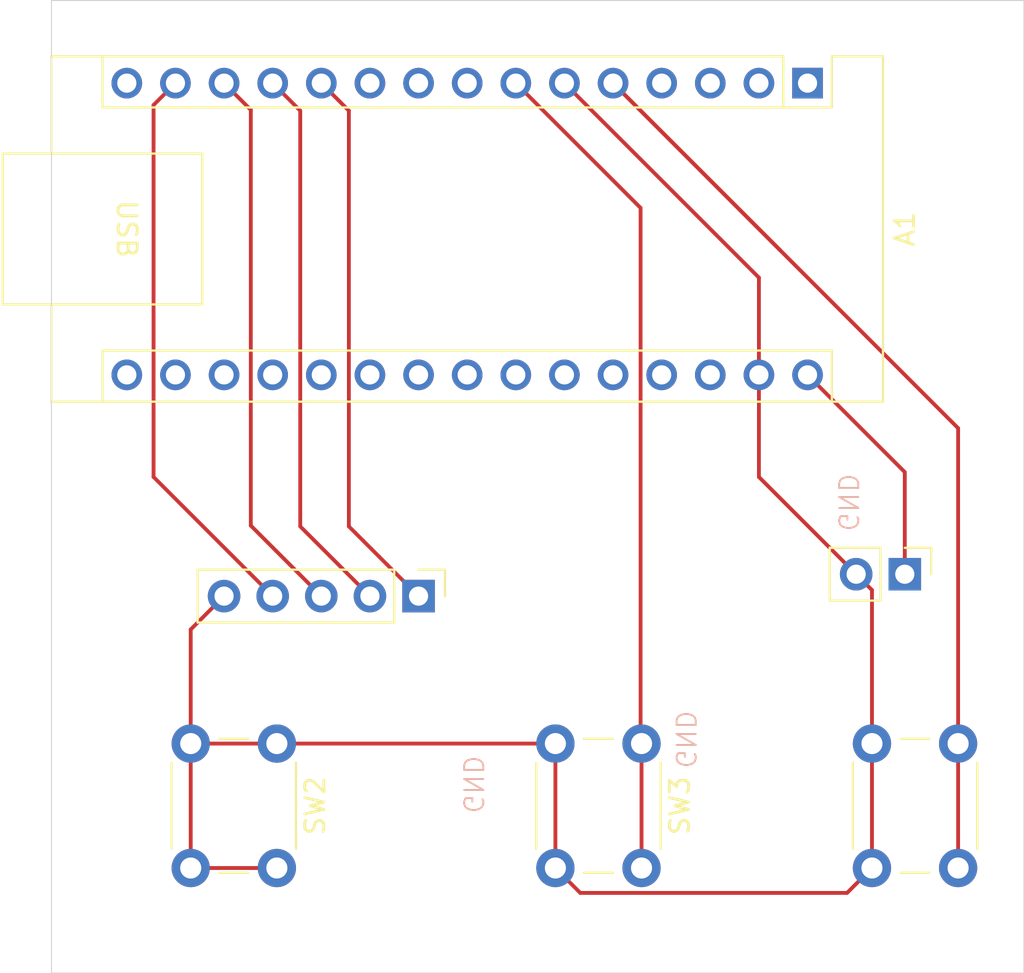
<source format=kicad_pcb>
(kicad_pcb (version 20241229) (generator "pcbnew") (generator_version "9.0")
  (layers (0 "F.Cu" signal) (2 "B.Cu" signal) (13 "F.Paste" user) (15 "B.Paste" user) (5 "F.SilkS" user "F.Silkscreen") (7 "B.SilkS" user "B.Silkscreen") (1 "F.Mask" user) (3 "B.Mask" user) (25 "Edge.Cuts" user))
  (net 0 "")
  (net 5 "Net-(A1-D4)")
  (net 8 "Net-(A1-D2)")
  (net 11 "Net-(A1-VIN)")
  (net 14 "Net-(A1-D3)")
  (net 18 "Net-(A1-D8)")
  (net 21 "Net-(A1-D9)")
  (net 22 "Net-(A1-D10)")
  (net 26 "Net-(A1-D11)")
  (footprint "mystuff:Arduino_Nano" (layer "F.Cu") (at 191.897 55.118 -90)
    (property "Reference" "A1" (at 7.62 -5.08 90) (layer "F.SilkS"))
    (property "Value" "Arduino_Nano_v3.x")
    (fp_line (start 3.68 42.04) (end 3.68 31.62) (stroke (width 0.12)) (layer "F.SilkS"))
    (fp_line (start 11.56 42.04) (end 3.68 42.04) (stroke (width 0.12)) (layer "F.SilkS"))
    (fp_line (start -1.4 39.5) (end 3.68 39.5) (stroke (width 0.12)) (layer "F.SilkS"))
    (fp_line (start 16.64 39.5) (end 11.56 39.5) (stroke (width 0.12)) (layer "F.SilkS"))
    (fp_line (start 16.64 39.5) (end 16.64 -3.94) (stroke (width 0.12)) (layer "F.SilkS"))
    (fp_line (start 1.27 36.83) (end -1.4 36.83) (stroke (width 0.12)) (layer "F.SilkS"))
    (fp_line (start 13.97 36.83) (end 16.64 36.83) (stroke (width 0.12)) (layer "F.SilkS"))
    (fp_line (start 3.68 31.62) (end 11.56 31.62) (stroke (width 0.12)) (layer "F.SilkS"))
    (fp_line (start 11.56 31.62) (end 11.56 42.04) (stroke (width 0.12)) (layer "F.SilkS"))
    (fp_line (start -1.4 1.27) (end -1.4 39.5) (stroke (width 0.12)) (layer "F.SilkS"))
    (fp_line (start 1.27 1.27) (end 1.27 36.83) (stroke (width 0.12)) (layer "F.SilkS"))
    (fp_line (start 1.27 1.27) (end -1.4 1.27) (stroke (width 0.12)) (layer "F.SilkS"))
    (fp_line (start 1.27 1.27) (end 1.27 -1.27) (stroke (width 0.12)) (layer "F.SilkS"))
    (fp_line (start 1.27 -1.27) (end -1.4 -1.27) (stroke (width 0.12)) (layer "F.SilkS"))
    (fp_line (start 13.97 -1.27) (end 13.97 36.83) (stroke (width 0.12)) (layer "F.SilkS"))
    (fp_line (start 13.97 -1.27) (end 16.64 -1.27) (stroke (width 0.12)) (layer "F.SilkS"))
    (fp_line (start -1.4 -3.94) (end -1.4 -1.27) (stroke (width 0.12)) (layer "F.SilkS"))
    (fp_line (start 16.64 -3.94) (end -1.4 -3.94) (stroke (width 0.12)) (layer "F.SilkS"))
    (fp_text user "USB" (at 7.62 35.56 270) (layer "F.SilkS"))
    (pad "1" thru_hole rect (at 0 0 270) (size 1.6 1.6) (drill 1) (layers "*.Cu" "*.Mask"))
    (pad "2" thru_hole oval (at 0 2.54 270) (size 1.6 1.6) (drill 1) (layers "*.Cu" "*.Mask"))
    (pad "3" thru_hole oval (at 0 5.08 270) (size 1.6 1.6) (drill 1) (layers "*.Cu" "*.Mask"))
    (pad "4" thru_hole oval (at 0 7.62 270) (size 1.6 1.6) (drill 1) (layers "*.Cu" "*.Mask"))
    (pad "5" thru_hole oval (at 0 10.16 270) (size 1.6 1.6) (drill 1) (layers "*.Cu" "*.Mask") (net 8 "Net-(A1-D2)"))
    (pad "6" thru_hole oval (at 0 12.7 270) (size 1.6 1.6) (drill 1) (layers "*.Cu" "*.Mask") (net 14 "Net-(A1-D3)"))
    (pad "7" thru_hole oval (at 0 15.24 270) (size 1.6 1.6) (drill 1) (layers "*.Cu" "*.Mask") (net 5 "Net-(A1-D4)"))
    (pad "8" thru_hole oval (at 0 17.78 270) (size 1.6 1.6) (drill 1) (layers "*.Cu" "*.Mask"))
    (pad "9" thru_hole oval (at 0 20.32 270) (size 1.6 1.6) (drill 1) (layers "*.Cu" "*.Mask"))
    (pad "10" thru_hole oval (at 0 22.86 270) (size 1.6 1.6) (drill 1) (layers "*.Cu" "*.Mask"))
    (pad "11" thru_hole oval (at 0 25.4 270) (size 1.6 1.6) (drill 1) (layers "*.Cu" "*.Mask") (net 18 "Net-(A1-D8)"))
    (pad "12" thru_hole oval (at 0 27.94 270) (size 1.6 1.6) (drill 1) (layers "*.Cu" "*.Mask") (net 21 "Net-(A1-D9)"))
    (pad "13" thru_hole oval (at 0 30.48 270) (size 1.6 1.6) (drill 1) (layers "*.Cu" "*.Mask") (net 22 "Net-(A1-D10)"))
    (pad "14" thru_hole oval (at 0 33.02 270) (size 1.6 1.6) (drill 1) (layers "*.Cu" "*.Mask") (net 26 "Net-(A1-D11)"))
    (pad "15" thru_hole oval (at 0 35.56 270) (size 1.6 1.6) (drill 1) (layers "*.Cu" "*.Mask"))
    (pad "16" thru_hole oval (at 15.24 35.56 270) (size 1.6 1.6) (drill 1) (layers "*.Cu" "*.Mask"))
    (pad "17" thru_hole oval (at 15.24 33.02 270) (size 1.6 1.6) (drill 1) (layers "*.Cu" "*.Mask"))
    (pad "18" thru_hole oval (at 15.24 30.48 270) (size 1.6 1.6) (drill 1) (layers "*.Cu" "*.Mask"))
    (pad "19" thru_hole oval (at 15.24 27.94 270) (size 1.6 1.6) (drill 1) (layers "*.Cu" "*.Mask"))
    (pad "20" thru_hole oval (at 15.24 25.4 270) (size 1.6 1.6) (drill 1) (layers "*.Cu" "*.Mask"))
    (pad "21" thru_hole oval (at 15.24 22.86 270) (size 1.6 1.6) (drill 1) (layers "*.Cu" "*.Mask"))
    (pad "22" thru_hole oval (at 15.24 20.32 270) (size 1.6 1.6) (drill 1) (layers "*.Cu" "*.Mask"))
    (pad "23" thru_hole oval (at 15.24 17.78 270) (size 1.6 1.6) (drill 1) (layers "*.Cu" "*.Mask"))
    (pad "24" thru_hole oval (at 15.24 15.24 270) (size 1.6 1.6) (drill 1) (layers "*.Cu" "*.Mask"))
    (pad "25" thru_hole oval (at 15.24 12.7 270) (size 1.6 1.6) (drill 1) (layers "*.Cu" "*.Mask"))
    (pad "26" thru_hole oval (at 15.24 10.16 270) (size 1.6 1.6) (drill 1) (layers "*.Cu" "*.Mask"))
    (pad "27" thru_hole oval (at 15.24 7.62 270) (size 1.6 1.6) (drill 1) (layers "*.Cu" "*.Mask"))
    (pad "28" thru_hole oval (at 15.24 5.08 270) (size 1.6 1.6) (drill 1) (layers "*.Cu" "*.Mask"))
    (pad "29" thru_hole oval (at 15.24 2.54 270) (size 1.6 1.6) (drill 1) (layers "*.Cu" "*.Mask") (net 14 "Net-(A1-D3)"))
    (pad "30" thru_hole oval (at 15.24 0 270) (size 1.6 1.6) (drill 1) (layers "*.Cu" "*.Mask") (net 11 "Net-(A1-VIN)"))
  )
  (footprint "Button_Switch_THT:SW_PUSH_6mm_H4.3mm" (layer "F.Cu") (at 183.225 89.61875 -90)
    (property "Reference" "SW3" (at 3.25 -2 90) (layer "F.SilkS"))
    (property "Value" "SW_Push")
    (fp_line (start 1 5.5) (end 5.5 5.5) (stroke (width 0.12)) (layer "F.SilkS"))
    (fp_line (start 6.75 3) (end 6.75 1.5) (stroke (width 0.12)) (layer "F.SilkS"))
    (fp_line (start -0.25 1.5) (end -0.25 3) (stroke (width 0.12)) (layer "F.SilkS"))
    (fp_line (start 5.5 -1) (end 1 -1) (stroke (width 0.12)) (layer "F.SilkS"))
    (pad "1" thru_hole circle (at 0 0) (size 2 2) (drill 1.1) (layers "*.Cu" "*.Mask") (net 5 "Net-(A1-D4)"))
    (pad "1" thru_hole circle (at 6.5 0) (size 2 2) (drill 1.1) (layers "*.Cu" "*.Mask") (net 5 "Net-(A1-D4)"))
    (pad "2" thru_hole circle (at 0 4.5) (size 2 2) (drill 1.1) (layers "*.Cu" "*.Mask") (net 14 "Net-(A1-D3)"))
    (pad "2" thru_hole circle (at 6.5 4.5) (size 2 2) (drill 1.1) (layers "*.Cu" "*.Mask") (net 14 "Net-(A1-D3)"))
  )
  (footprint "Connector_PinHeader_2.54mm:PinHeader_1x02_P2.54mm_Vertical" (layer "F.Cu") (at 196.977 80.772 -90)
    (property "Reference" "BT1" (hide yes))
    (property "Value" "Battery")
    (fp_line (start -1.38 3.92) (end 1.38 3.92) (stroke (width 0.12)) (layer "F.SilkS"))
    (fp_line (start -1.38 1.27) (end -1.38 3.92) (stroke (width 0.12)) (layer "F.SilkS"))
    (fp_line (start -1.38 1.27) (end 1.38 1.27) (stroke (width 0.12)) (layer "F.SilkS"))
    (fp_line (start 1.38 1.27) (end 1.38 3.92) (stroke (width 0.12)) (layer "F.SilkS"))
    (fp_line (start -1.38 0) (end -1.38 -1.38) (stroke (width 0.12)) (layer "F.SilkS"))
    (fp_line (start -1.38 -1.38) (end 0 -1.38) (stroke (width 0.12)) (layer "F.SilkS"))
    (pad "1" thru_hole rect (at 0 0 270) (size 1.7 1.7) (drill 1) (layers "*.Cu" "*.Mask") (net 11 "Net-(A1-VIN)"))
    (pad "2" thru_hole circle (at 0 2.54 270) (size 1.7 1.7) (drill 1) (layers "*.Cu" "*.Mask") (net 14 "Net-(A1-D3)"))
  )
  (footprint "Button_Switch_THT:SW_PUSH_6mm_H4.3mm" (layer "F.Cu") (at 164.175 89.61875 -90)
    (property "Reference" "SW2" (at 3.25 -2 90) (layer "F.SilkS"))
    (property "Value" "SW_Push")
    (fp_line (start 1 5.5) (end 5.5 5.5) (stroke (width 0.12)) (layer "F.SilkS"))
    (fp_line (start 6.75 3) (end 6.75 1.5) (stroke (width 0.12)) (layer "F.SilkS"))
    (fp_line (start -0.25 1.5) (end -0.25 3) (stroke (width 0.12)) (layer "F.SilkS"))
    (fp_line (start 5.5 -1) (end 1 -1) (stroke (width 0.12)) (layer "F.SilkS"))
    (pad "1" thru_hole circle (at 0 0) (size 2 2) (drill 1.1) (layers "*.Cu" "*.Mask") (net 14 "Net-(A1-D3)"))
    (pad "1" thru_hole circle (at 6.5 0) (size 2 2) (drill 1.1) (layers "*.Cu" "*.Mask") (net 14 "Net-(A1-D3)"))
    (pad "2" thru_hole circle (at 0 4.5) (size 2 2) (drill 1.1) (layers "*.Cu" "*.Mask") (net 14 "Net-(A1-D3)"))
    (pad "2" thru_hole circle (at 6.5 4.5) (size 2 2) (drill 1.1) (layers "*.Cu" "*.Mask") (net 14 "Net-(A1-D3)"))
  )
  (footprint "Connector_PinHeader_2.54mm:PinHeader_1x05_P2.54mm_Vertical" (layer "F.Cu") (at 171.577 81.915 -90)
    (property "Reference" "J1" (hide yes))
    (property "Value" "Conn_01x05_Socket")
    (fp_line (start -1.38 11.54) (end 1.38 11.54) (stroke (width 0.12)) (layer "F.SilkS"))
    (fp_line (start -1.38 1.27) (end -1.38 11.54) (stroke (width 0.12)) (layer "F.SilkS"))
    (fp_line (start -1.38 1.27) (end 1.38 1.27) (stroke (width 0.12)) (layer "F.SilkS"))
    (fp_line (start 1.38 1.27) (end 1.38 11.54) (stroke (width 0.12)) (layer "F.SilkS"))
    (fp_line (start -1.38 0) (end -1.38 -1.38) (stroke (width 0.12)) (layer "F.SilkS"))
    (fp_line (start -1.38 -1.38) (end 0 -1.38) (stroke (width 0.12)) (layer "F.SilkS"))
    (pad "1" thru_hole rect (at 0 0 270) (size 1.7 1.7) (drill 1) (layers "*.Cu" "*.Mask") (net 18 "Net-(A1-D8)"))
    (pad "2" thru_hole circle (at 0 2.54 270) (size 1.7 1.7) (drill 1) (layers "*.Cu" "*.Mask") (net 21 "Net-(A1-D9)"))
    (pad "3" thru_hole circle (at 0 5.08 270) (size 1.7 1.7) (drill 1) (layers "*.Cu" "*.Mask") (net 22 "Net-(A1-D10)"))
    (pad "4" thru_hole circle (at 0 7.62 270) (size 1.7 1.7) (drill 1) (layers "*.Cu" "*.Mask") (net 26 "Net-(A1-D11)"))
    (pad "5" thru_hole circle (at 0 10.16 270) (size 1.7 1.7) (drill 1) (layers "*.Cu" "*.Mask") (net 14 "Net-(A1-D3)"))
  )
  (footprint "Button_Switch_THT:SW_PUSH_6mm_H4.3mm" (layer "F.Cu") (at 199.7625 89.61875 -90)
    (property "Reference" "SW1" (hide yes))
    (property "Value" "SW_Push")
    (fp_line (start 1 5.5) (end 5.5 5.5) (stroke (width 0.12)) (layer "F.SilkS"))
    (fp_line (start 6.75 3) (end 6.75 1.5) (stroke (width 0.12)) (layer "F.SilkS"))
    (fp_line (start -0.25 1.5) (end -0.25 3) (stroke (width 0.12)) (layer "F.SilkS"))
    (fp_line (start 5.5 -1) (end 1 -1) (stroke (width 0.12)) (layer "F.SilkS"))
    (pad "1" thru_hole circle (at 0 0) (size 2 2) (drill 1.1) (layers "*.Cu" "*.Mask") (net 8 "Net-(A1-D2)"))
    (pad "1" thru_hole circle (at 6.5 0) (size 2 2) (drill 1.1) (layers "*.Cu" "*.Mask") (net 8 "Net-(A1-D2)"))
    (pad "2" thru_hole circle (at 0 4.5) (size 2 2) (drill 1.1) (layers "*.Cu" "*.Mask") (net 14 "Net-(A1-D3)"))
    (pad "2" thru_hole circle (at 6.5 4.5) (size 2 2) (drill 1.1) (layers "*.Cu" "*.Mask") (net 14 "Net-(A1-D3)"))
  )
  (gr_rect (start 152.4 50.8) (end 203.2 101.6) (stroke (width 0.05)) (fill no) (layer "Edge.Cuts"))
  (gr_text "GND\n" (at 184.928 90.99325 270) (layer "B.SilkS") (effects (font (size 1 1) (thickness 0.1)) (justify left bottom mirror)))
  (gr_text "GND\n" (at 173.83125 93.345 270) (layer "B.SilkS") (effects (font (size 1 1) (thickness 0.1)) (justify left bottom mirror)))
  (gr_text "GND\n" (at 193.421 78.613 270) (layer "B.SilkS") (effects (font (size 1 1) (thickness 0.1)) (justify left bottom mirror)))
  (segment (start 183.225 89.61875) (end 183.225 95.71775) (width 0.2) (layer "F.Cu") (net 5))
  (segment (start 183.225 89.61875) (end 183.176 89.56975) (width 0.2) (layer "F.Cu") (net 5))
  (segment (start 183.176 61.637) (end 176.657 55.118) (width 0.2) (layer "F.Cu") (net 5))
  (segment (start 183.176 89.56975) (end 183.176 61.637) (width 0.2) (layer "F.Cu") (net 5))
  (segment (start 199.7625 96.11875) (end 199.7625 89.61875) (width 0.2) (layer "F.Cu") (net 8))
  (segment (start 199.7625 89.61875) (end 199.7625 73.1435) (width 0.2) (layer "F.Cu") (net 8))
  (segment (start 199.7625 73.1435) (end 181.737 55.118) (width 0.2) (layer "F.Cu") (net 8))
  (segment (start 181.737 55.118) (end 190.458 63.839) (width 0.2) (layer "F.Cu") (net 8))
  (segment (start 196.977 75.438) (end 191.897 70.358) (width 0.2) (layer "F.Cu") (net 11))
  (segment (start 196.977 80.772) (end 196.977 75.438) (width 0.2) (layer "F.Cu") (net 11))
  (segment (start 193.9615 97.41975) (end 180.026 97.41975) (width 0.2) (layer "F.Cu") (net 14))
  (segment (start 194.437 80.772) (end 189.357 75.692) (width 0.2) (layer "F.Cu") (net 14))
  (segment (start 178.725 89.61875) (end 164.175 89.61875) (width 0.2) (layer "F.Cu") (net 14))
  (segment (start 159.675 96.11875) (end 159.675 89.61875) (width 0.2) (layer "F.Cu") (net 14))
  (segment (start 178.725 89.61875) (end 178.725 96.11875) (width 0.2) (layer "F.Cu") (net 14))
  (segment (start 189.357 65.278) (end 179.197 55.118) (width 0.2) (layer "F.Cu") (net 14))
  (segment (start 180.026 97.41975) (end 178.725 96.11875) (width 0.2) (layer "F.Cu") (net 14))
  (segment (start 195.2625 89.61875) (end 195.2625 81.5975) (width 0.2) (layer "F.Cu") (net 14))
  (segment (start 164.175 89.61875) (end 159.675 89.61875) (width 0.2) (layer "F.Cu") (net 14))
  (segment (start 159.675 89.61875) (end 159.675 83.657) (width 0.2) (layer "F.Cu") (net 14))
  (segment (start 159.675 96.11875) (end 164.175 96.11875) (width 0.2) (layer "F.Cu") (net 14))
  (segment (start 195.2625 81.5975) (end 194.437 80.772) (width 0.2) (layer "F.Cu") (net 14))
  (segment (start 159.675 83.657) (end 161.417 81.915) (width 0.2) (layer "F.Cu") (net 14))
  (segment (start 195.2625 96.11875) (end 195.2625 89.61875) (width 0.2) (layer "F.Cu") (net 14))
  (segment (start 189.357 70.358) (end 189.357 65.278) (width 0.2) (layer "F.Cu") (net 14))
  (segment (start 195.2625 96.11875) (end 193.9615 97.41975) (width 0.2) (layer "F.Cu") (net 14))
  (segment (start 189.357 75.692) (end 189.357 70.358) (width 0.2) (layer "F.Cu") (net 14))
  (segment (start 167.936 78.274) (end 167.936 56.557) (width 0.2) (layer "F.Cu") (net 18))
  (segment (start 167.936 56.557) (end 166.497 55.118) (width 0.2) (layer "F.Cu") (net 18))
  (segment (start 171.577 81.915) (end 167.936 78.274) (width 0.2) (layer "F.Cu") (net 18))
  (segment (start 165.396 78.274) (end 165.396 56.557) (width 0.2) (layer "F.Cu") (net 21))
  (segment (start 169.037 81.915) (end 165.396 78.274) (width 0.2) (layer "F.Cu") (net 21))
  (segment (start 165.396 56.557) (end 163.957 55.118) (width 0.2) (layer "F.Cu") (net 21))
  (segment (start 162.814 56.515) (end 161.417 55.118) (width 0.2) (layer "F.Cu") (net 22))
  (segment (start 162.814 78.232) (end 162.814 56.515) (width 0.2) (layer "F.Cu") (net 22))
  (segment (start 166.497 81.915) (end 162.814 78.232) (width 0.2) (layer "F.Cu") (net 22))
  (segment (start 157.734 56.261) (end 158.877 55.118) (width 0.2) (layer "F.Cu") (net 26))
  (segment (start 163.957 81.915) (end 157.734 75.692) (width 0.2) (layer "F.Cu") (net 26))
  (segment (start 157.734 75.692) (end 157.734 56.261) (width 0.2) (layer "F.Cu") (net 26))
)
</source>
